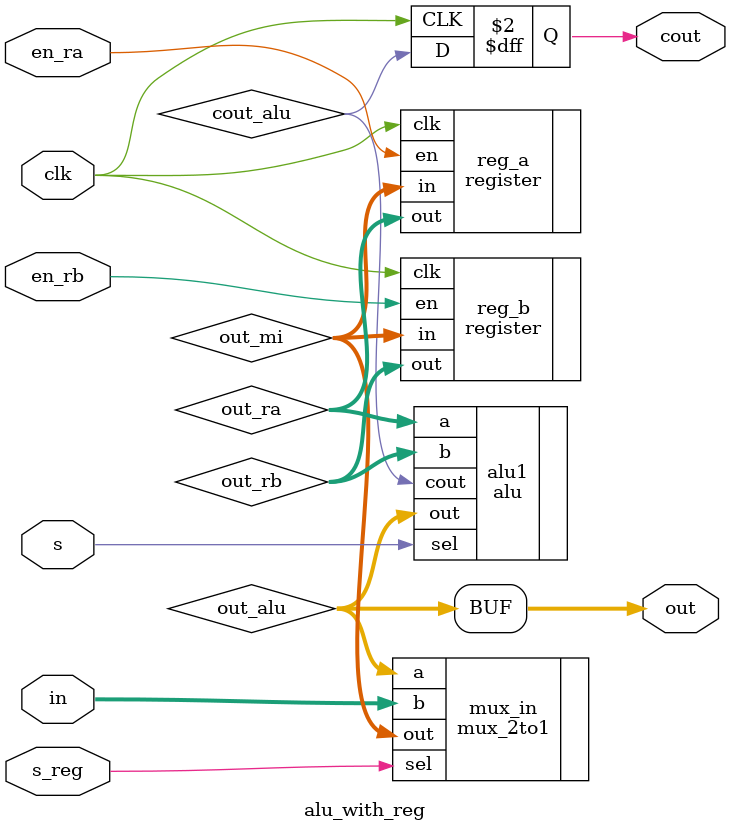
<source format=v>
module alu_with_reg #(
	parameter BIT_WIDTH = 4
) (
	output reg cout,
	output wire [BIT_WIDTH - 1:0] out,
	input wire [BIT_WIDTH - 1:0] in,
	input wire s_reg, en_ra, en_rb, s, clk
);

	wire cout_alu;
	wire [BIT_WIDTH - 1:0] out_mi, out_ra, out_rb, out_alu;

	mux_2to1 #(
		.BIT_WIDTH(BIT_WIDTH)
	) mux_in (
		.out(out_mi),
		.sel(s_reg),
		.a(out_alu),
		.b(in)
	);

	register #(.BIT_WIDTH(BIT_WIDTH)) reg_a (
		.out(out_ra),
		.in(out_mi),
		.en(en_ra),
		.clk(clk)
	);
	register #(.BIT_WIDTH(BIT_WIDTH)) reg_b (
		.out(out_rb),
		.in(out_mi),
		.en(en_rb),
		.clk(clk)
	);

	alu #(
		.BIT_WIDTH(BIT_WIDTH)
	) alu1 (
		.cout(cout_alu),
		.out(out_alu),
		.a(out_ra),
		.b(out_rb),
		.sel(s)
	);

	assign out = out_alu;
	always @(posedge clk)
		cout <= cout_alu;

endmodule

</source>
